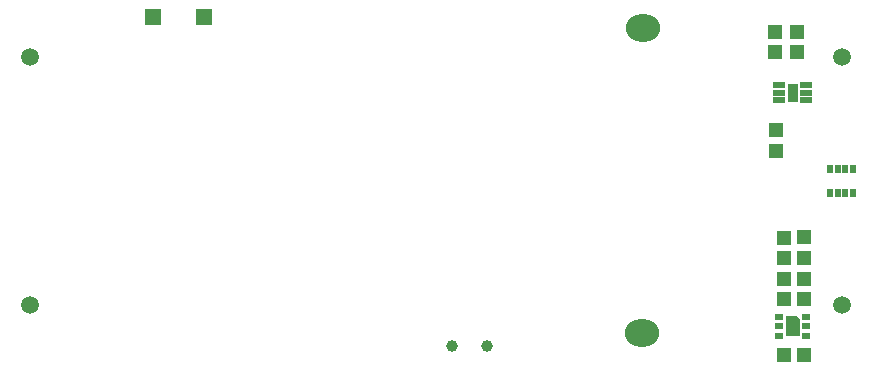
<source format=gbr>
G04 DipTrace 3.2.0.1*
G04 BottomMask.gbr*
%MOIN*%
G04 #@! TF.FileFunction,Soldermask,Bot*
G04 #@! TF.Part,Single*
%AMOUTLINE4*
4,1,16,
-0.012179,0.045296,
-0.031431,0.040935,
-0.047241,0.028371,
-0.056033,0.010191,
-0.056067,-0.010003,
-0.047336,-0.028213,
-0.031568,-0.040831,
-0.012331,-0.045255,
0.012179,-0.045296,
0.031431,-0.040935,
0.047241,-0.028371,
0.056033,-0.010191,
0.056067,0.010003,
0.047336,0.028213,
0.031568,0.040831,
0.012331,0.045255,
-0.012179,0.045296,
0*%
%AMOUTLINE10*
4,1,5,
-0.024606,0.033465,
-0.024606,-0.033465,
0.024606,-0.033465,
0.024606,0.019347,
0.010489,0.033465,
-0.024606,0.033465,
0*%
%ADD51C,0.059055*%
%ADD52C,0.03937*%
%ADD54R,0.029528X0.023622*%
%ADD56R,0.021654X0.027559*%
%ADD58R,0.033465X0.061024*%
%ADD60R,0.03937X0.019685*%
%ADD79R,0.051181X0.047244*%
%ADD80R,0.055118X0.055118*%
%ADD97R,0.047244X0.051181*%
%ADD105OUTLINE4*%
%ADD111OUTLINE10*%
%FSLAX26Y26*%
G04*
G70*
G90*
G75*
G01*
G04 BotMask*
%LPD*%
D97*
X1203427Y496264D3*
Y429335D3*
X1129807Y496075D3*
Y429146D3*
D79*
X1227780Y-393136D3*
X1160850D3*
X1158731Y-580743D3*
X1225660D3*
D51*
X-1354094Y414291D3*
X1354094D3*
X-1354094Y-414291D3*
X1354094D3*
D97*
X1134127Y168075D3*
Y101146D3*
X1227026Y-188705D3*
Y-255634D3*
X1159285Y-189419D3*
Y-256348D3*
D79*
X1226558Y-326266D3*
X1159629D3*
D80*
X-944900Y545625D3*
X-771672D3*
D105*
X687337Y-507873D3*
X689039Y507873D3*
D52*
X53112Y-549186D3*
X171222D3*
D60*
X1234252Y319488D3*
Y293898D3*
Y268307D3*
X1143701D3*
Y293898D3*
Y319488D3*
D58*
X1188976Y293898D3*
D56*
X1338583Y40354D3*
X1364173D3*
Y-40354D3*
X1338583D3*
X1312992Y40354D3*
X1389764D3*
Y-40354D3*
X1312992D3*
D111*
X1188976Y-484449D3*
D54*
X1234252D3*
X1143701D3*
X1234252Y-452953D3*
Y-515945D3*
X1143701D3*
Y-452953D3*
M02*

</source>
